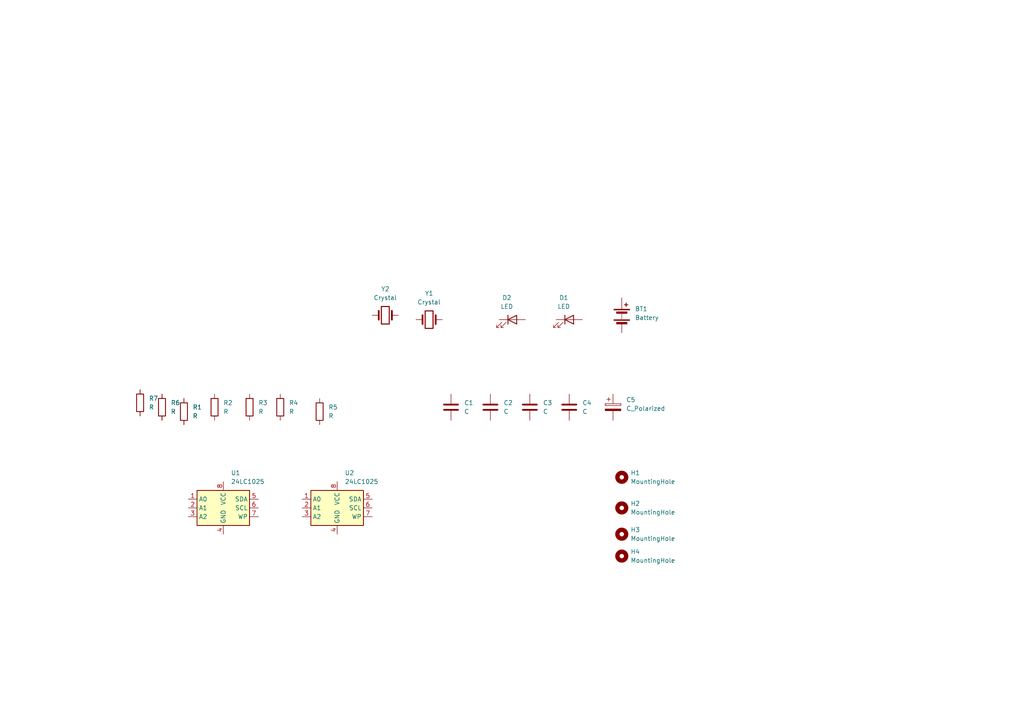
<source format=kicad_sch>
(kicad_sch (version 20231120) (generator "eeschema") (generator_version "8.0")
  (paper "A4")
  (title_block (title "${project_name}") (date "2025-01-02") (rev "1"))
  (lib_symbols
    (symbol "Device:Battery" (pin_numbers hide) (pin_names (offset 0) hide)
      (property "Reference" "BT" (at 2.54 2.54 0))
      (property "Value" "Battery" (at 2.54 0 0))
      (symbol "Battery_0_1"
        (rectangle (start -2.286 -1.27) (end 2.286 -1.524) (fill (type outline)))
        (rectangle (start -2.286 1.778) (end 2.286 1.524) (fill (type outline)))
        (rectangle (start -1.524 -2.032) (end 1.524 -2.54) (fill (type outline)))
        (rectangle (start -1.524 1.016) (end 1.524 0.508) (fill (type outline)))
        (polyline (pts (xy 0 -1.016) (xy 0 -0.762)))
        (polyline (pts (xy 0 -0.508) (xy 0 -0.254)))
        (polyline (pts (xy 0 0) (xy 0 0.254)))
        (polyline (pts (xy 0 1.778) (xy 0 2.54)))
        (polyline (pts (xy 0.762 3.048) (xy 1.778 3.048)) (stroke (width 0.254)))
        (polyline (pts (xy 1.27 3.556) (xy 1.27 2.54)) (stroke (width 0.254)))
      )
      (symbol "Battery_1_1"
        (pin passive line (at 0 5.08 270) (length 2.54) (name "+") (number "1"))
        (pin passive line (at 0 -5.08 90) (length 2.54) (name "-") (number "2"))
      )
    )
    (symbol "Device:C" (pin_numbers hide) (pin_names (offset 0.254))
      (property "Reference" "C" (at 0.635 2.54 0))
      (property "Value" "C" (at 0.635 -2.54 0))
      (symbol "C_0_1"
        (polyline (pts (xy -2.032 -0.762) (xy 2.032 -0.762)) (stroke (width 0.508)))
        (polyline (pts (xy -2.032 0.762) (xy 2.032 0.762)) (stroke (width 0.508)))
      )
      (symbol "C_1_1"
        (pin passive line (at 0 3.81 270) (length 2.794) (name "~") (number "1"))
        (pin passive line (at 0 -3.81 90) (length 2.794) (name "~") (number "2"))
      )
    )
    (symbol "Device:C_Polarized" (pin_numbers hide) (pin_names (offset 0.254))
      (property "Reference" "C" (at 0.635 2.54 0))
      (property "Value" "C_Polarized" (at 0.635 -2.54 0))
      (symbol "C_Polarized_0_1"
        (rectangle (start -2.286 0.508) (end 2.286 1.016))
        (polyline (pts (xy -1.778 2.286) (xy -0.762 2.286)))
        (polyline (pts (xy -1.27 2.794) (xy -1.27 1.778)))
        (rectangle (start 2.286 -0.508) (end -2.286 -1.016) (fill (type outline)))
      )
      (symbol "C_Polarized_1_1"
        (pin passive line (at 0 3.81 270) (length 2.794) (name "~") (number "1"))
        (pin passive line (at 0 -3.81 90) (length 2.794) (name "~") (number "2"))
      )
    )
    (symbol "Device:Crystal" (pin_numbers hide) (pin_names (offset 1.016) hide)
      (property "Reference" "Y" (at 0 3.81 0))
      (property "Value" "Crystal" (at 0 -3.81 0))
      (symbol "Crystal_0_1"
        (rectangle (start -1.143 2.54) (end 1.143 -2.54) (stroke (width 0.3048)))
        (polyline (pts (xy -2.54 0) (xy -1.905 0)))
        (polyline (pts (xy -1.905 -1.27) (xy -1.905 1.27)) (stroke (width 0.508)))
        (polyline (pts (xy 1.905 -1.27) (xy 1.905 1.27)) (stroke (width 0.508)))
        (polyline (pts (xy 2.54 0) (xy 1.905 0)))
      )
      (symbol "Crystal_1_1"
        (pin passive line (at -3.81 0 0) (length 1.27) (name "1") (number "1"))
        (pin passive line (at 3.81 0 180) (length 1.27) (name "2") (number "2"))
      )
    )
    (symbol "Device:LED" (pin_numbers hide) (pin_names (offset 1.016) hide)
      (property "Reference" "D" (at 0 2.54 0))
      (property "Value" "LED" (at 0 -2.54 0))
      (symbol "LED_0_1"
        (polyline (pts (xy -1.27 -1.27) (xy -1.27 1.27)) (stroke (width 0.254)))
        (polyline (pts (xy -1.27 0) (xy 1.27 0)))
        (polyline (pts (xy 1.27 -1.27) (xy 1.27 1.27) (xy -1.27 0) (xy 1.27 -1.27)) (stroke (width 0.254)))
        (polyline (pts (xy -3.048 -0.762) (xy -4.572 -2.286) (xy -3.81 -2.286) (xy -4.572 -2.286) (xy -4.572 -1.524)))
        (polyline (pts (xy -1.778 -0.762) (xy -3.302 -2.286) (xy -2.54 -2.286) (xy -3.302 -2.286) (xy -3.302 -1.524)))
      )
      (symbol "LED_1_1"
        (pin passive line (at -3.81 0 0) (length 2.54) (name "K") (number "1"))
        (pin passive line (at 3.81 0 180) (length 2.54) (name "A") (number "2"))
      )
    )
    (symbol "Device:R" (pin_numbers hide) (pin_names (offset 0))
      (property "Reference" "R" (at 2.032 0 90))
      (property "Value" "R" (at 0 0 90))
      (symbol "R_0_1"
        (rectangle (start -1.016 -2.54) (end 1.016 2.54) (stroke (width 0.254)))
      )
      (symbol "R_1_1"
        (pin passive line (at 0 3.81 270) (length 1.27) (name "~") (number "1"))
        (pin passive line (at 0 -3.81 90) (length 1.27) (name "~") (number "2"))
      )
    )
    (symbol "Mechanical:MountingHole" (pin_names (offset 1.016)) (exclude_from_sim yes) (in_bom no)
      (property "Reference" "H" (at 0 5.08 0))
      (property "Value" "MountingHole" (at 0 3.175 0))
      (symbol "MountingHole_0_1"
        (circle (center 0 0) (radius 1.27) (stroke (width 1.27)))
      )
    )
    (symbol "Memory_EEPROM:24LC1025"
      (property "Reference" "U" (at -6.35 6.35 0))
      (property "Value" "24LC1025" (at 1.27 6.35 0))
      (symbol "24LC1025_1_1"
        (rectangle (start -7.62 5.08) (end 7.62 -5.08) (stroke (width 0.254)) (fill (type background)))
        (pin input line (at -10.16 2.54 0) (length 2.54) (name "A0") (number "1"))
        (pin input line (at -10.16 0 0) (length 2.54) (name "A1") (number "2"))
        (pin input line (at -10.16 -2.54 0) (length 2.54) (name "A2") (number "3"))
        (pin power_in line (at 0 -7.62 90) (length 2.54) (name "GND") (number "4"))
        (pin bidirectional line (at 10.16 2.54 180) (length 2.54) (name "SDA") (number "5"))
        (pin input line (at 10.16 0 180) (length 2.54) (name "SCL") (number "6"))
        (pin input line (at 10.16 -2.54 180) (length 2.54) (name "WP") (number "7"))
        (pin power_in line (at 0 7.62 270) (length 2.54) (name "VCC") (number "8"))
      )
    )
  )
  (symbol (lib_id "Device:Crystal") (at 111.76 91.44 0) (unit 1)
    (property "Reference" "Y2" (at 111.76 83.82 0))
    (property "Value" "Crystal" (at 111.76 86.36 0))
    (property "Description" "Two pin crystal" (effects (hide yes)))
  )
  (symbol (lib_id "Device:C_Polarized") (at 177.8 118.11 0) (unit 1)
    (property "Reference" "C5" (at 181.61 115.9509 0) (effects (justify left)))
    (property "Value" "C_Polarized" (at 181.61 118.4909 0) (effects (justify left)))
    (property "Description" "Polarized capacitor" (effects (hide yes)))
  )
  (symbol (lib_id "Device:R") (at 72.39 118.11 0) (unit 1)
    (property "Reference" "R3" (at 74.93 116.8399 0) (effects (justify left)))
    (property "Value" "R" (at 74.93 119.3799 0) (effects (justify left)))
    (property "Description" "Resistor" (effects (hide yes)))
  )
  (symbol (lib_id "Device:R") (at 92.71 119.38 0) (unit 1)
    (property "Reference" "R5" (at 95.25 118.1099 0) (effects (justify left)))
    (property "Value" "R" (at 95.25 120.6499 0) (effects (justify left)))
    (property "Description" "Resistor" (effects (hide yes)))
  )
  (symbol (lib_id "Device:R") (at 40.64 116.84 0) (unit 1)
    (property "Reference" "R7" (at 43.18 115.5699 0) (effects (justify left)))
    (property "Value" "R" (at 43.18 118.1099 0) (effects (justify left)))
    (property "Description" "Resistor" (effects (hide yes)))
  )
  (symbol (lib_id "Mechanical:MountingHole") (at 180.34 147.32 0) (unit 1) (exclude_from_sim yes) (in_bom no)
    (property "Reference" "H2" (at 182.88 146.0499 0) (effects (justify left)))
    (property "Value" "MountingHole" (at 182.88 148.5899 0) (effects (justify left)))
    (property "Description" "Mounting Hole without connection" (effects (hide yes)))
  )
  (symbol (lib_id "Mechanical:MountingHole") (at 180.34 154.94 0) (unit 1) (exclude_from_sim yes) (in_bom no)
    (property "Reference" "H3" (at 182.88 153.6699 0) (effects (justify left)))
    (property "Value" "MountingHole" (at 182.88 156.2099 0) (effects (justify left)))
    (property "Description" "Mounting Hole without connection" (effects (hide yes)))
  )
  (symbol (lib_id "Device:LED") (at 165.1 92.71 0) (unit 1)
    (property "Reference" "D1" (at 163.5125 86.36 0))
    (property "Value" "LED" (at 163.5125 88.9 0))
    (property "Description" "Light emitting diode" (effects (hide yes)))
  )
  (symbol (lib_id "Mechanical:MountingHole") (at 180.34 138.43 0) (unit 1) (exclude_from_sim yes) (in_bom no)
    (property "Reference" "H1" (at 182.88 137.1599 0) (effects (justify left)))
    (property "Value" "MountingHole" (at 182.88 139.6999 0) (effects (justify left)))
    (property "Description" "Mounting Hole without connection" (effects (hide yes)))
  )
  (symbol (lib_id "Device:C") (at 153.67 118.11 0) (unit 1)
    (property "Reference" "C3" (at 157.48 116.8399 0) (effects (justify left)))
    (property "Value" "C" (at 157.48 119.3799 0) (effects (justify left)))
    (property "Description" "Unpolarized capacitor" (effects (hide yes)))
  )
  (symbol (lib_id "Device:C") (at 165.1 118.11 0) (unit 1)
    (property "Reference" "C4" (at 168.91 116.8399 0) (effects (justify left)))
    (property "Value" "C" (at 168.91 119.3799 0) (effects (justify left)))
    (property "Description" "Unpolarized capacitor" (effects (hide yes)))
  )
  (symbol (lib_id "Device:C") (at 130.81 118.11 0) (unit 1)
    (property "Reference" "C1" (at 134.62 116.8399 0) (effects (justify left)))
    (property "Value" "C" (at 134.62 119.3799 0) (effects (justify left)))
    (property "Description" "Unpolarized capacitor" (effects (hide yes)))
  )
  (symbol (lib_id "Device:Crystal") (at 124.46 92.71 0) (unit 1)
    (property "Reference" "Y1" (at 124.46 85.09 0))
    (property "Value" "Crystal" (at 124.46 87.63 0))
    (property "Description" "Two pin crystal" (effects (hide yes)))
  )
  (symbol (lib_id "Device:C") (at 142.24 118.11 0) (unit 1)
    (property "Reference" "C2" (at 146.05 116.8399 0) (effects (justify left)))
    (property "Value" "C" (at 146.05 119.3799 0) (effects (justify left)))
    (property "Description" "Unpolarized capacitor" (effects (hide yes)))
  )
  (symbol (lib_id "Memory_EEPROM:24LC1025") (at 97.79 147.32 0) (unit 1)
    (property "Reference" "U2" (at 99.9841 137.16 0) (effects (justify left)))
    (property "Value" "24LC1025" (at 99.9841 139.7 0) (effects (justify left)))
    (property "Datasheet" "http://ww1.microchip.com/downloads/en/DeviceDoc/21941B.pdf" (effects (hide yes)))
    (property "Description" "I2C Serial EEPROM, 1024Kb, DIP-8/SOIC-8/TSSOP-8/DFN-8" (effects (hide yes)))
  )
  (symbol (lib_id "Device:Battery") (at 180.34 91.44 0) (unit 1)
    (property "Reference" "BT1" (at 184.15 89.5984 0) (effects (justify left)))
    (property "Value" "Battery" (at 184.15 92.1384 0) (effects (justify left)))
    (property "Description" "Multiple-cell battery" (effects (hide yes)))
  )
  (symbol (lib_id "Memory_EEPROM:24LC1025") (at 64.77 147.32 0) (unit 1)
    (property "Reference" "U1" (at 66.9641 137.16 0) (effects (justify left)))
    (property "Value" "24LC1025" (at 66.9641 139.7 0) (effects (justify left)))
    (property "Datasheet" "http://ww1.microchip.com/downloads/en/DeviceDoc/21941B.pdf" (effects (hide yes)))
    (property "Description" "I2C Serial EEPROM, 1024Kb, DIP-8/SOIC-8/TSSOP-8/DFN-8" (effects (hide yes)))
  )
  (symbol (lib_id "Device:R") (at 62.23 118.11 0) (unit 1)
    (property "Reference" "R2" (at 64.77 116.8399 0) (effects (justify left)))
    (property "Value" "R" (at 64.77 119.3799 0) (effects (justify left)))
    (property "Description" "Resistor" (effects (hide yes)))
  )
  (symbol (lib_id "Mechanical:MountingHole") (at 180.34 161.29 0) (unit 1) (exclude_from_sim yes) (in_bom no)
    (property "Reference" "H4" (at 182.88 160.0199 0) (effects (justify left)))
    (property "Value" "MountingHole" (at 182.88 162.5599 0) (effects (justify left)))
    (property "Description" "Mounting Hole without connection" (effects (hide yes)))
  )
  (symbol (lib_id "Device:R") (at 81.28 118.11 0) (unit 1)
    (property "Reference" "R4" (at 83.82 116.8399 0) (effects (justify left)))
    (property "Value" "R" (at 83.82 119.3799 0) (effects (justify left)))
    (property "Description" "Resistor" (effects (hide yes)))
  )
  (symbol (lib_id "Device:LED") (at 148.59 92.71 0) (unit 1)
    (property "Reference" "D2" (at 147.0025 86.36 0))
    (property "Value" "LED" (at 147.0025 88.9 0))
    (property "Description" "Light emitting diode" (effects (hide yes)))
  )
  (symbol (lib_id "Device:R") (at 46.99 118.11 0) (unit 1)
    (property "Reference" "R6" (at 49.53 116.8399 0) (effects (justify left)))
    (property "Value" "R" (at 49.53 119.3799 0) (effects (justify left)))
    (property "Description" "Resistor" (effects (hide yes)))
  )
  (symbol (lib_id "Device:R") (at 53.34 119.38 0) (unit 1)
    (property "Reference" "R1" (at 55.88 118.1099 0) (effects (justify left)))
    (property "Value" "R" (at 55.88 120.6499 0) (effects (justify left)))
    (property "Description" "Resistor" (effects (hide yes)))
  )
)
</source>
